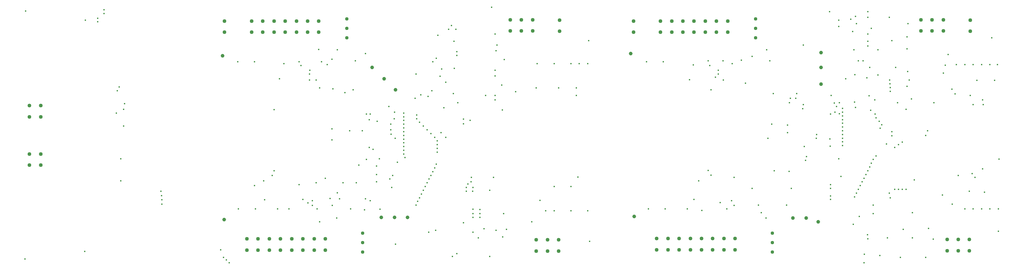
<source format=gbr>
%TF.GenerationSoftware,KiCad,Pcbnew,7.0.8*%
%TF.CreationDate,2024-01-12T20:03:45+01:00*%
%TF.ProjectId,BMS-Slave,424d532d-536c-4617-9665-2e6b69636164,rev?*%
%TF.SameCoordinates,Original*%
%TF.FileFunction,Plated,1,4,PTH,Drill*%
%TF.FilePolarity,Positive*%
%FSLAX46Y46*%
G04 Gerber Fmt 4.6, Leading zero omitted, Abs format (unit mm)*
G04 Created by KiCad (PCBNEW 7.0.8) date 2024-01-12 20:03:45*
%MOMM*%
%LPD*%
G01*
G04 APERTURE LIST*
%TA.AperFunction,ViaDrill*%
%ADD10C,0.400000*%
%TD*%
%TA.AperFunction,ComponentDrill*%
%ADD11C,0.940000*%
%TD*%
%TA.AperFunction,ComponentDrill*%
%ADD12C,1.000000*%
%TD*%
%TA.AperFunction,ComponentDrill*%
%ADD13C,1.020000*%
%TD*%
G04 APERTURE END LIST*
D10*
X93100000Y-170200000D03*
X93250000Y-103600000D03*
X109100000Y-168200000D03*
X109200000Y-106000000D03*
X112500000Y-105500000D03*
X112500000Y-106499503D03*
X114250000Y-103249500D03*
X114250000Y-104250000D03*
X117500000Y-131000000D03*
X117750000Y-125000000D03*
X118250000Y-124000000D03*
X118750000Y-143250000D03*
X118750000Y-149250500D03*
X119500000Y-130000000D03*
X119500000Y-134500000D03*
X119700000Y-128500000D03*
X129500000Y-152000000D03*
X129595023Y-153154977D03*
X129690046Y-154309954D03*
X129750000Y-155500000D03*
X145500000Y-167750000D03*
X146250000Y-169750000D03*
X147000000Y-170500000D03*
X147750000Y-171250000D03*
X150000000Y-117250000D03*
X150250000Y-156750000D03*
X154500000Y-117250000D03*
X154500000Y-150500000D03*
X154750000Y-156750000D03*
X157000000Y-149250000D03*
X157270434Y-154270434D03*
X159250000Y-147750000D03*
X159750000Y-130095000D03*
X159750000Y-146500000D03*
X160725000Y-156750000D03*
X161250000Y-121750000D03*
X162407107Y-117700000D03*
X163720023Y-156779977D03*
X166500000Y-117250000D03*
X166500000Y-150250000D03*
X166980746Y-118230746D03*
X167500000Y-154250000D03*
X168875000Y-155125000D03*
X169250000Y-120500000D03*
X169250000Y-122125000D03*
X169309954Y-119500000D03*
X170000000Y-154574500D03*
X170000000Y-155850000D03*
X171000000Y-122125500D03*
X171000000Y-149750000D03*
X171250000Y-156750000D03*
X171700000Y-113900000D03*
X172000000Y-124250000D03*
X172000000Y-160189162D03*
X172470023Y-117220023D03*
X173500000Y-148500000D03*
X174000000Y-118000000D03*
X174750000Y-154000000D03*
X175250000Y-116500000D03*
X175250000Y-135250000D03*
X175250000Y-138250000D03*
X175339604Y-155789604D03*
X175500000Y-124500000D03*
X176500000Y-159250000D03*
X176720023Y-152470023D03*
X176750000Y-114000000D03*
X177279977Y-154029977D03*
X178250000Y-149750000D03*
X178750000Y-125500000D03*
X180000000Y-135725000D03*
X180250000Y-156750000D03*
X180975000Y-124750000D03*
X181500000Y-117000000D03*
X181750000Y-149750000D03*
X182500000Y-145000000D03*
X183400000Y-135750000D03*
X184000000Y-157000000D03*
X184250000Y-115000000D03*
X184250000Y-154074500D03*
X184500000Y-131250000D03*
X184500000Y-143500000D03*
X185250000Y-132750000D03*
X185250000Y-140250000D03*
X185499503Y-131250000D03*
X185500000Y-154524500D03*
X186250000Y-140750000D03*
X187250000Y-145250000D03*
X187250000Y-147500000D03*
X187250000Y-149500000D03*
X187376742Y-133250500D03*
X188000000Y-143250000D03*
X188104987Y-156854987D03*
X190500000Y-129250000D03*
X190750000Y-148750000D03*
X191000000Y-134000000D03*
X191000000Y-135500000D03*
X191140192Y-136689693D03*
X191250000Y-151000000D03*
X191500000Y-147750000D03*
X191970023Y-132529977D03*
X192000000Y-130750000D03*
X192200500Y-137750000D03*
X192250000Y-166250000D03*
X192782477Y-144250500D03*
X194500000Y-131000000D03*
X194500000Y-132000000D03*
X194500000Y-133000000D03*
X194500000Y-134000000D03*
X194500000Y-135000000D03*
X194500000Y-136000000D03*
X194500000Y-137000000D03*
X194500000Y-138000000D03*
X194500000Y-139000000D03*
X194500000Y-140000000D03*
X194500000Y-141000000D03*
X194500000Y-142000000D03*
X194828552Y-142943959D03*
X197500000Y-127000000D03*
X197750000Y-120500000D03*
X197750000Y-155750000D03*
X198000000Y-131500000D03*
X198000000Y-132500000D03*
X198250000Y-154750000D03*
X198750000Y-133500000D03*
X198750000Y-153750000D03*
X199075250Y-126075250D03*
X199250000Y-152750000D03*
X199750000Y-134500000D03*
X199750000Y-151750000D03*
X200250000Y-150750000D03*
X200750000Y-135500000D03*
X200750000Y-149750000D03*
X201029977Y-126529977D03*
X201175500Y-163000000D03*
X201250000Y-148750000D03*
X201750000Y-136500000D03*
X201750000Y-147750000D03*
X202000000Y-125000000D03*
X202250000Y-117250000D03*
X202250000Y-146750000D03*
X202750000Y-137500000D03*
X202750000Y-145750000D03*
X203000000Y-162500000D03*
X203250000Y-116250000D03*
X203250000Y-144750000D03*
X203500000Y-138500000D03*
X203500000Y-139500000D03*
X203500000Y-140500000D03*
X203500000Y-141500000D03*
X203625000Y-110125000D03*
X204250000Y-121125000D03*
X204500000Y-136250000D03*
X204654977Y-119154977D03*
X205250000Y-129615000D03*
X205750000Y-122750000D03*
X205779977Y-137529977D03*
X206500000Y-108500000D03*
X207250000Y-107500000D03*
X207500000Y-169500000D03*
X207750000Y-125750000D03*
X207970023Y-111750000D03*
X208000000Y-119000000D03*
X208500000Y-108500000D03*
X208750000Y-114500000D03*
X208750000Y-115500000D03*
X208750000Y-168750000D03*
X209000000Y-128250000D03*
X210500000Y-132615000D03*
X210500000Y-133885000D03*
X210500000Y-160500000D03*
X211250500Y-151000000D03*
X211250500Y-151999503D03*
X211701796Y-150031396D03*
X212250000Y-133000000D03*
X212539317Y-149485903D03*
X212625000Y-148250000D03*
X212940988Y-151999057D03*
X213000000Y-151000000D03*
X213000000Y-158000000D03*
X213000000Y-159000000D03*
X213000000Y-163000000D03*
X213000500Y-156876268D03*
X214500000Y-164500000D03*
X214900000Y-156899500D03*
X214900000Y-158000000D03*
X214900000Y-158999503D03*
X216000000Y-162065300D03*
X216413000Y-126250000D03*
X217500000Y-151750000D03*
X217500000Y-169499500D03*
X218055752Y-102555751D03*
X218500000Y-148250000D03*
X219000000Y-109799999D03*
X219000000Y-119500000D03*
X219000000Y-121000000D03*
X219000000Y-126250000D03*
X219000000Y-127500000D03*
X219250000Y-114250000D03*
X219250000Y-162500000D03*
X219500000Y-112750000D03*
X220736850Y-123486850D03*
X220875000Y-130125000D03*
X221029977Y-164279977D03*
X221250000Y-158000000D03*
X221375000Y-116625000D03*
X222029977Y-162220023D03*
X224500000Y-125225000D03*
X228750000Y-160250000D03*
X230000000Y-124250000D03*
X230250000Y-117750000D03*
X231000000Y-154500000D03*
X232500000Y-157250000D03*
X234750000Y-117750000D03*
X234750000Y-150750000D03*
X234750000Y-157250000D03*
X236000000Y-124250000D03*
X239250000Y-117750000D03*
X239250000Y-150750000D03*
X239250000Y-157250000D03*
X240750000Y-124250000D03*
X240750000Y-126250000D03*
X241177484Y-148167530D03*
X241500000Y-117750000D03*
X243750000Y-117750000D03*
X243750000Y-157250000D03*
X244000000Y-111500000D03*
X244250000Y-165500000D03*
X259500000Y-117250000D03*
X260000000Y-156750000D03*
X264000000Y-117250000D03*
X264500000Y-156750000D03*
X270475000Y-156750000D03*
X271000000Y-122000000D03*
X272050500Y-118100000D03*
X272225500Y-154250000D03*
X273500000Y-149250000D03*
X274312250Y-157194099D03*
X276000000Y-117000000D03*
X276000000Y-146385000D03*
X276470023Y-118220023D03*
X276750000Y-124750000D03*
X276750000Y-147655000D03*
X278000000Y-121400500D03*
X278750000Y-119500000D03*
X278750000Y-120499503D03*
X279250000Y-155100000D03*
X280000000Y-117000000D03*
X280100000Y-122150000D03*
X281000000Y-156750000D03*
X282250000Y-154549500D03*
X282500000Y-117749500D03*
X282925000Y-148250000D03*
X282970023Y-155779977D03*
X284900000Y-116800000D03*
X286000000Y-123000000D03*
X287750000Y-115750000D03*
X287750000Y-151225000D03*
X289500000Y-155750000D03*
X290250000Y-157750000D03*
X291500000Y-159250000D03*
X291718750Y-113968750D03*
X292000000Y-137750000D03*
X292500000Y-117000000D03*
X293000000Y-134000000D03*
X293500000Y-125750000D03*
X293750000Y-146500000D03*
X297000000Y-155750000D03*
X297250000Y-134250000D03*
X297250000Y-136250000D03*
X297724500Y-146697158D03*
X297750000Y-128250000D03*
X298000500Y-127000000D03*
X298250000Y-151250000D03*
X299500000Y-127000000D03*
X299750000Y-125750000D03*
X301300000Y-129800000D03*
X301500000Y-112750000D03*
X301500000Y-128700000D03*
X301750000Y-140000000D03*
X302136849Y-143675500D03*
X302342621Y-142697408D03*
X304954536Y-137800000D03*
X305089567Y-136735031D03*
X308500000Y-103750000D03*
X308600000Y-137995805D03*
X308669173Y-139900049D03*
X308750000Y-131250000D03*
X308750000Y-153250000D03*
X308750000Y-154249503D03*
X308762299Y-150262299D03*
X308774253Y-151261730D03*
X309000000Y-126250000D03*
X309822871Y-128322871D03*
X310000000Y-130749500D03*
X310369796Y-129250000D03*
X311000000Y-106000000D03*
X311000000Y-107750000D03*
X311000500Y-143250000D03*
X311118843Y-131221771D03*
X311119296Y-128250000D03*
X311549500Y-148073466D03*
X312000000Y-129750000D03*
X312000000Y-130750000D03*
X312000000Y-131750000D03*
X312000000Y-132750000D03*
X312000000Y-133750000D03*
X312000000Y-134749503D03*
X312000000Y-135750000D03*
X312000000Y-136750000D03*
X312000000Y-137750000D03*
X312000000Y-138750000D03*
X312000000Y-139749503D03*
X312824500Y-121800000D03*
X314250000Y-105750000D03*
X314750000Y-109099500D03*
X314875000Y-160875000D03*
X315029977Y-114000000D03*
X315250000Y-128024500D03*
X315250000Y-153500000D03*
X315325500Y-120688813D03*
X315500000Y-105000000D03*
X315500000Y-129500000D03*
X315750000Y-107000000D03*
X315750000Y-152500000D03*
X316250000Y-117000000D03*
X316250000Y-151500000D03*
X316500000Y-158750000D03*
X316750000Y-150500000D03*
X317250000Y-149500000D03*
X317520000Y-117000000D03*
X317750000Y-148500000D03*
X317775500Y-171250000D03*
X317837500Y-168912500D03*
X318250000Y-147500000D03*
X318500000Y-121500500D03*
X318654977Y-163654977D03*
X318750000Y-103750000D03*
X318750000Y-105250000D03*
X318750000Y-109750000D03*
X318750000Y-111750000D03*
X318750000Y-113000000D03*
X318750000Y-146500000D03*
X318779977Y-164779977D03*
X319122609Y-126317760D03*
X319250000Y-118750000D03*
X319250000Y-145500000D03*
X319500000Y-130250000D03*
X319750000Y-108250000D03*
X319750000Y-144500000D03*
X320250000Y-143500000D03*
X320250000Y-155750000D03*
X320250000Y-158000000D03*
X320651700Y-127446443D03*
X320750000Y-131250000D03*
X320971120Y-142500000D03*
X320980746Y-132269254D03*
X321500000Y-114000000D03*
X321500000Y-120750000D03*
X321800000Y-133250000D03*
X322000000Y-169250000D03*
X322100000Y-135100000D03*
X322500500Y-134129486D03*
X323751000Y-139274500D03*
X324000000Y-164500000D03*
X324500000Y-105250000D03*
X324500500Y-152500000D03*
X324587500Y-122104977D03*
X324696105Y-123143884D03*
X324749959Y-125141421D03*
X324750000Y-153750000D03*
X324750246Y-124141919D03*
X325215145Y-137094809D03*
X325249500Y-111500000D03*
X325250000Y-136000000D03*
X325999500Y-140250000D03*
X326000000Y-151500000D03*
X326250000Y-118750000D03*
X326750000Y-128250000D03*
X326973704Y-139499500D03*
X327000000Y-151500000D03*
X327500000Y-169750000D03*
X327990367Y-138774223D03*
X327999503Y-151500000D03*
X328250000Y-162250000D03*
X329000000Y-130000000D03*
X329000000Y-151500000D03*
X329250000Y-110500000D03*
X329250000Y-113750000D03*
X329279977Y-123779977D03*
X329425000Y-119825000D03*
X329500000Y-107000000D03*
X329875000Y-122125000D03*
X330500000Y-127200000D03*
X330750000Y-157750000D03*
X330750000Y-164500000D03*
X331250000Y-149000000D03*
X334250000Y-137000000D03*
X334250000Y-169750000D03*
X334750000Y-135750000D03*
X335000000Y-162000000D03*
X336345023Y-164845023D03*
X336500000Y-128250000D03*
X338750000Y-153000000D03*
X339000000Y-120250000D03*
X339500500Y-118154977D03*
X340250000Y-115250000D03*
X341320023Y-124570023D03*
X341425500Y-155486581D03*
X342129977Y-125879977D03*
X342500000Y-118000000D03*
X343000000Y-147750000D03*
X344750000Y-118000000D03*
X344750000Y-156750000D03*
X346000000Y-152000000D03*
X346250000Y-126250000D03*
X346750000Y-147250000D03*
X347000000Y-118000000D03*
X347000000Y-128750000D03*
X347000000Y-156750000D03*
X347500000Y-148250000D03*
X348000000Y-122250000D03*
X349250000Y-118000000D03*
X349250000Y-156750000D03*
X349499647Y-127499646D03*
X349500000Y-146000000D03*
X349700000Y-128747858D03*
X350000000Y-152250000D03*
X351500000Y-118000000D03*
X351500000Y-156750000D03*
X352000000Y-110750000D03*
X352750000Y-122250000D03*
X353500000Y-118000000D03*
X353750000Y-156750000D03*
X353750000Y-162750000D03*
X353875000Y-143375000D03*
D11*
%TO.C,U3*%
X179250000Y-105710000D03*
X179250000Y-108250000D03*
X179250000Y-110790000D03*
%TO.C,U8*%
X183470000Y-163250000D03*
X183470000Y-165790000D03*
X183470000Y-168330000D03*
%TO.C,U12*%
X288700000Y-105710000D03*
X288700000Y-108250000D03*
X288700000Y-110790000D03*
%TO.C,U10*%
X293250000Y-163250000D03*
X293250000Y-165790000D03*
X293250000Y-168330000D03*
D12*
%TO.C,TP1*%
X146000000Y-115600000D03*
%TO.C,TP2*%
X146400000Y-159600000D03*
%TO.C,TP3*%
X186000000Y-118750000D03*
%TO.C,TP6*%
X188500000Y-159000000D03*
%TO.C,TP5*%
X189250000Y-121750000D03*
%TO.C,TP8*%
X192000000Y-159000000D03*
%TO.C,TP4*%
X192250000Y-124750000D03*
%TO.C,TP7*%
X195500000Y-159000000D03*
%TO.C,TP13*%
X255250000Y-115000000D03*
%TO.C,TP9*%
X256250000Y-158750000D03*
%TO.C,TP10*%
X298750000Y-159250000D03*
%TO.C,TP12*%
X302250000Y-159250000D03*
%TO.C,TP11*%
X305500000Y-160250000D03*
%TO.C,TP14*%
X306250000Y-114750000D03*
%TO.C,TP16*%
X306250000Y-118750000D03*
%TO.C,TP15*%
X306250000Y-123250000D03*
D13*
%TO.C,J2*%
X94255000Y-129000000D03*
X94255000Y-132000000D03*
%TO.C,J1*%
X94275000Y-142000000D03*
X94275000Y-145000000D03*
%TO.C,J2*%
X97255000Y-129000000D03*
X97255000Y-132000000D03*
%TO.C,J1*%
X97275000Y-142000000D03*
X97275000Y-145000000D03*
%TO.C,J7*%
X146500000Y-106250000D03*
X146500000Y-109250000D03*
%TO.C,J8*%
X152500000Y-164810000D03*
X152500000Y-167810000D03*
%TO.C,J5*%
X153750000Y-106250000D03*
X153750000Y-109250000D03*
%TO.C,J8*%
X155500000Y-164810000D03*
X155500000Y-167810000D03*
%TO.C,J5*%
X156750000Y-106250000D03*
X156750000Y-109250000D03*
%TO.C,J8*%
X158500000Y-164810000D03*
X158500000Y-167810000D03*
%TO.C,J5*%
X159750000Y-106250000D03*
X159750000Y-109250000D03*
%TO.C,J8*%
X161500000Y-164810000D03*
X161500000Y-167810000D03*
%TO.C,J5*%
X162750000Y-106250000D03*
X162750000Y-109250000D03*
%TO.C,J8*%
X164500000Y-164810000D03*
X164500000Y-167810000D03*
%TO.C,J5*%
X165750000Y-106250000D03*
X165750000Y-109250000D03*
%TO.C,J8*%
X167500000Y-164810000D03*
X167500000Y-167810000D03*
%TO.C,J5*%
X168750000Y-106250000D03*
X168750000Y-109250000D03*
%TO.C,J8*%
X170500000Y-164810000D03*
X170500000Y-167810000D03*
%TO.C,J5*%
X171750000Y-106250000D03*
X171750000Y-109250000D03*
%TO.C,J8*%
X173500000Y-164810000D03*
X173500000Y-167810000D03*
%TO.C,J4*%
X223000000Y-105940000D03*
X223000000Y-108940000D03*
X226000000Y-105940000D03*
X226000000Y-108940000D03*
X229000000Y-105940000D03*
X229000000Y-108940000D03*
%TO.C,J6*%
X230000000Y-165060000D03*
X230000000Y-168060000D03*
X233000000Y-165060000D03*
X233000000Y-168060000D03*
X236000000Y-165060000D03*
X236000000Y-168060000D03*
%TO.C,J3*%
X236250000Y-106000000D03*
X236250000Y-109000000D03*
%TO.C,J13*%
X256040000Y-106250000D03*
X256040000Y-109250000D03*
%TO.C,J14*%
X262250000Y-164750000D03*
X262250000Y-167750000D03*
%TO.C,J11*%
X263250000Y-106250000D03*
X263250000Y-109250000D03*
%TO.C,J14*%
X265250000Y-164750000D03*
X265250000Y-167750000D03*
%TO.C,J11*%
X266250000Y-106250000D03*
X266250000Y-109250000D03*
%TO.C,J14*%
X268250000Y-164750000D03*
X268250000Y-167750000D03*
%TO.C,J11*%
X269250000Y-106250000D03*
X269250000Y-109250000D03*
%TO.C,J14*%
X271250000Y-164750000D03*
X271250000Y-167750000D03*
%TO.C,J11*%
X272250000Y-106250000D03*
X272250000Y-109250000D03*
%TO.C,J14*%
X274250000Y-164750000D03*
X274250000Y-167750000D03*
%TO.C,J11*%
X275250000Y-106250000D03*
X275250000Y-109250000D03*
%TO.C,J14*%
X277250000Y-164750000D03*
X277250000Y-167750000D03*
%TO.C,J11*%
X278250000Y-106250000D03*
X278250000Y-109250000D03*
%TO.C,J14*%
X280250000Y-164750000D03*
X280250000Y-167750000D03*
%TO.C,J11*%
X281250000Y-106250000D03*
X281250000Y-109250000D03*
%TO.C,J14*%
X283250000Y-164750000D03*
X283250000Y-167750000D03*
%TO.C,J10*%
X333000000Y-105940000D03*
X333000000Y-108940000D03*
X336000000Y-105940000D03*
X336000000Y-108940000D03*
X339000000Y-105940000D03*
X339000000Y-108940000D03*
%TO.C,J12*%
X340000000Y-165000000D03*
X340000000Y-168000000D03*
X343000000Y-165000000D03*
X343000000Y-168000000D03*
X346000000Y-165000000D03*
X346000000Y-168000000D03*
%TO.C,J9*%
X346250000Y-106000000D03*
X346250000Y-109000000D03*
M02*

</source>
